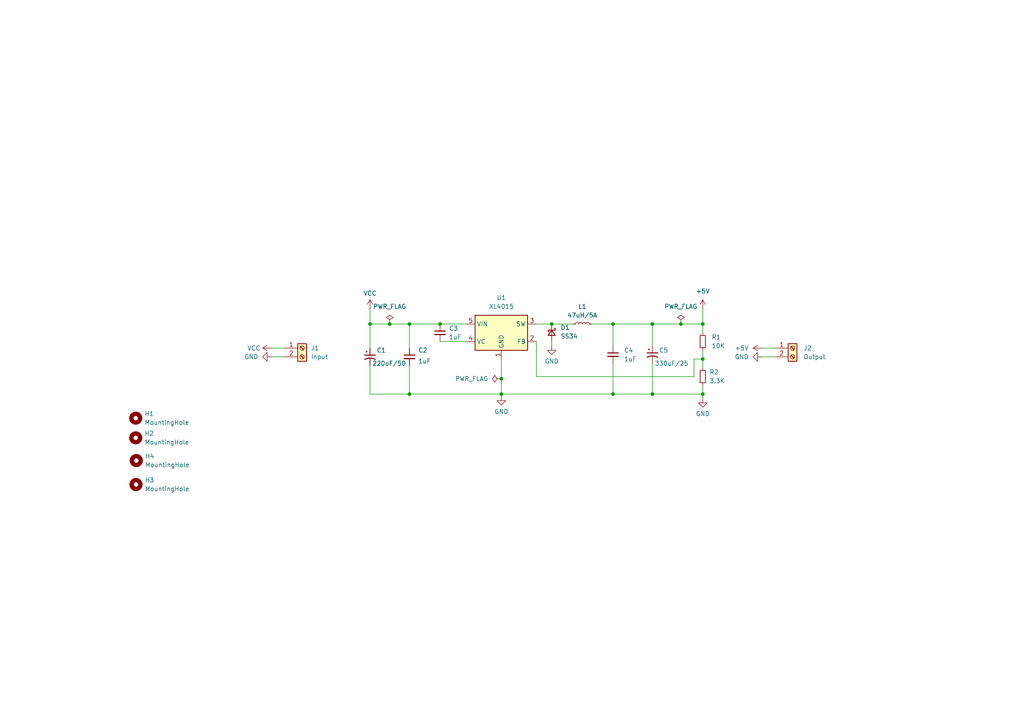
<source format=kicad_sch>
(kicad_sch (version 20230121) (generator eeschema)

  (uuid 904681b2-5fd0-4e9a-88ff-95046f9d3bcc)

  (paper "A4")

  (lib_symbols
    (symbol "Connector:Screw_Terminal_01x02" (pin_names (offset 1.016) hide) (in_bom yes) (on_board yes)
      (property "Reference" "J" (at 0 2.54 0)
        (effects (font (size 1.27 1.27)))
      )
      (property "Value" "Screw_Terminal_01x02" (at 0 -5.08 0)
        (effects (font (size 1.27 1.27)))
      )
      (property "Footprint" "" (at 0 0 0)
        (effects (font (size 1.27 1.27)) hide)
      )
      (property "Datasheet" "~" (at 0 0 0)
        (effects (font (size 1.27 1.27)) hide)
      )
      (property "ki_keywords" "screw terminal" (at 0 0 0)
        (effects (font (size 1.27 1.27)) hide)
      )
      (property "ki_description" "Generic screw terminal, single row, 01x02, script generated (kicad-library-utils/schlib/autogen/connector/)" (at 0 0 0)
        (effects (font (size 1.27 1.27)) hide)
      )
      (property "ki_fp_filters" "TerminalBlock*:*" (at 0 0 0)
        (effects (font (size 1.27 1.27)) hide)
      )
      (symbol "Screw_Terminal_01x02_1_1"
        (rectangle (start -1.27 1.27) (end 1.27 -3.81)
          (stroke (width 0.254) (type default))
          (fill (type background))
        )
        (circle (center 0 -2.54) (radius 0.635)
          (stroke (width 0.1524) (type default))
          (fill (type none))
        )
        (polyline
          (pts
            (xy -0.5334 -2.2098)
            (xy 0.3302 -3.048)
          )
          (stroke (width 0.1524) (type default))
          (fill (type none))
        )
        (polyline
          (pts
            (xy -0.5334 0.3302)
            (xy 0.3302 -0.508)
          )
          (stroke (width 0.1524) (type default))
          (fill (type none))
        )
        (polyline
          (pts
            (xy -0.3556 -2.032)
            (xy 0.508 -2.8702)
          )
          (stroke (width 0.1524) (type default))
          (fill (type none))
        )
        (polyline
          (pts
            (xy -0.3556 0.508)
            (xy 0.508 -0.3302)
          )
          (stroke (width 0.1524) (type default))
          (fill (type none))
        )
        (circle (center 0 0) (radius 0.635)
          (stroke (width 0.1524) (type default))
          (fill (type none))
        )
        (pin passive line (at -5.08 0 0) (length 3.81)
          (name "Pin_1" (effects (font (size 1.27 1.27))))
          (number "1" (effects (font (size 1.27 1.27))))
        )
        (pin passive line (at -5.08 -2.54 0) (length 3.81)
          (name "Pin_2" (effects (font (size 1.27 1.27))))
          (number "2" (effects (font (size 1.27 1.27))))
        )
      )
    )
    (symbol "Device:C_Polarized_Small_US" (pin_numbers hide) (pin_names (offset 0.254) hide) (in_bom yes) (on_board yes)
      (property "Reference" "C" (at 0.254 1.778 0)
        (effects (font (size 1.27 1.27)) (justify left))
      )
      (property "Value" "C_Polarized_Small_US" (at 0.254 -2.032 0)
        (effects (font (size 1.27 1.27)) (justify left))
      )
      (property "Footprint" "" (at 0 0 0)
        (effects (font (size 1.27 1.27)) hide)
      )
      (property "Datasheet" "~" (at 0 0 0)
        (effects (font (size 1.27 1.27)) hide)
      )
      (property "ki_keywords" "cap capacitor" (at 0 0 0)
        (effects (font (size 1.27 1.27)) hide)
      )
      (property "ki_description" "Polarized capacitor, small US symbol" (at 0 0 0)
        (effects (font (size 1.27 1.27)) hide)
      )
      (property "ki_fp_filters" "CP_*" (at 0 0 0)
        (effects (font (size 1.27 1.27)) hide)
      )
      (symbol "C_Polarized_Small_US_0_1"
        (polyline
          (pts
            (xy -1.524 0.508)
            (xy 1.524 0.508)
          )
          (stroke (width 0.3048) (type default))
          (fill (type none))
        )
        (polyline
          (pts
            (xy -1.27 1.524)
            (xy -0.762 1.524)
          )
          (stroke (width 0) (type default))
          (fill (type none))
        )
        (polyline
          (pts
            (xy -1.016 1.27)
            (xy -1.016 1.778)
          )
          (stroke (width 0) (type default))
          (fill (type none))
        )
        (arc (start 1.524 -0.762) (mid 0 -0.3734) (end -1.524 -0.762)
          (stroke (width 0.3048) (type default))
          (fill (type none))
        )
      )
      (symbol "C_Polarized_Small_US_1_1"
        (pin passive line (at 0 2.54 270) (length 2.032)
          (name "~" (effects (font (size 1.27 1.27))))
          (number "1" (effects (font (size 1.27 1.27))))
        )
        (pin passive line (at 0 -2.54 90) (length 2.032)
          (name "~" (effects (font (size 1.27 1.27))))
          (number "2" (effects (font (size 1.27 1.27))))
        )
      )
    )
    (symbol "Device:C_Small" (pin_numbers hide) (pin_names (offset 0.254) hide) (in_bom yes) (on_board yes)
      (property "Reference" "C" (at 0.254 1.778 0)
        (effects (font (size 1.27 1.27)) (justify left))
      )
      (property "Value" "C_Small" (at 0.254 -2.032 0)
        (effects (font (size 1.27 1.27)) (justify left))
      )
      (property "Footprint" "" (at 0 0 0)
        (effects (font (size 1.27 1.27)) hide)
      )
      (property "Datasheet" "~" (at 0 0 0)
        (effects (font (size 1.27 1.27)) hide)
      )
      (property "ki_keywords" "capacitor cap" (at 0 0 0)
        (effects (font (size 1.27 1.27)) hide)
      )
      (property "ki_description" "Unpolarized capacitor, small symbol" (at 0 0 0)
        (effects (font (size 1.27 1.27)) hide)
      )
      (property "ki_fp_filters" "C_*" (at 0 0 0)
        (effects (font (size 1.27 1.27)) hide)
      )
      (symbol "C_Small_0_1"
        (polyline
          (pts
            (xy -1.524 -0.508)
            (xy 1.524 -0.508)
          )
          (stroke (width 0.3302) (type default))
          (fill (type none))
        )
        (polyline
          (pts
            (xy -1.524 0.508)
            (xy 1.524 0.508)
          )
          (stroke (width 0.3048) (type default))
          (fill (type none))
        )
      )
      (symbol "C_Small_1_1"
        (pin passive line (at 0 2.54 270) (length 2.032)
          (name "~" (effects (font (size 1.27 1.27))))
          (number "1" (effects (font (size 1.27 1.27))))
        )
        (pin passive line (at 0 -2.54 90) (length 2.032)
          (name "~" (effects (font (size 1.27 1.27))))
          (number "2" (effects (font (size 1.27 1.27))))
        )
      )
    )
    (symbol "Device:D_Schottky_Small" (pin_numbers hide) (pin_names (offset 0.254) hide) (in_bom yes) (on_board yes)
      (property "Reference" "D" (at -1.27 2.032 0)
        (effects (font (size 1.27 1.27)) (justify left))
      )
      (property "Value" "D_Schottky_Small" (at -7.112 -2.032 0)
        (effects (font (size 1.27 1.27)) (justify left))
      )
      (property "Footprint" "" (at 0 0 90)
        (effects (font (size 1.27 1.27)) hide)
      )
      (property "Datasheet" "~" (at 0 0 90)
        (effects (font (size 1.27 1.27)) hide)
      )
      (property "ki_keywords" "diode Schottky" (at 0 0 0)
        (effects (font (size 1.27 1.27)) hide)
      )
      (property "ki_description" "Schottky diode, small symbol" (at 0 0 0)
        (effects (font (size 1.27 1.27)) hide)
      )
      (property "ki_fp_filters" "TO-???* *_Diode_* *SingleDiode* D_*" (at 0 0 0)
        (effects (font (size 1.27 1.27)) hide)
      )
      (symbol "D_Schottky_Small_0_1"
        (polyline
          (pts
            (xy -0.762 0)
            (xy 0.762 0)
          )
          (stroke (width 0) (type default))
          (fill (type none))
        )
        (polyline
          (pts
            (xy 0.762 -1.016)
            (xy -0.762 0)
            (xy 0.762 1.016)
            (xy 0.762 -1.016)
          )
          (stroke (width 0.254) (type default))
          (fill (type none))
        )
        (polyline
          (pts
            (xy -1.27 0.762)
            (xy -1.27 1.016)
            (xy -0.762 1.016)
            (xy -0.762 -1.016)
            (xy -0.254 -1.016)
            (xy -0.254 -0.762)
          )
          (stroke (width 0.254) (type default))
          (fill (type none))
        )
      )
      (symbol "D_Schottky_Small_1_1"
        (pin passive line (at -2.54 0 0) (length 1.778)
          (name "K" (effects (font (size 1.27 1.27))))
          (number "1" (effects (font (size 1.27 1.27))))
        )
        (pin passive line (at 2.54 0 180) (length 1.778)
          (name "A" (effects (font (size 1.27 1.27))))
          (number "2" (effects (font (size 1.27 1.27))))
        )
      )
    )
    (symbol "Device:L_Small" (pin_numbers hide) (pin_names (offset 0.254) hide) (in_bom yes) (on_board yes)
      (property "Reference" "L" (at 0.762 1.016 0)
        (effects (font (size 1.27 1.27)) (justify left))
      )
      (property "Value" "L_Small" (at 0.762 -1.016 0)
        (effects (font (size 1.27 1.27)) (justify left))
      )
      (property "Footprint" "" (at 0 0 0)
        (effects (font (size 1.27 1.27)) hide)
      )
      (property "Datasheet" "~" (at 0 0 0)
        (effects (font (size 1.27 1.27)) hide)
      )
      (property "ki_keywords" "inductor choke coil reactor magnetic" (at 0 0 0)
        (effects (font (size 1.27 1.27)) hide)
      )
      (property "ki_description" "Inductor, small symbol" (at 0 0 0)
        (effects (font (size 1.27 1.27)) hide)
      )
      (property "ki_fp_filters" "Choke_* *Coil* Inductor_* L_*" (at 0 0 0)
        (effects (font (size 1.27 1.27)) hide)
      )
      (symbol "L_Small_0_1"
        (arc (start 0 -2.032) (mid 0.5058 -1.524) (end 0 -1.016)
          (stroke (width 0) (type default))
          (fill (type none))
        )
        (arc (start 0 -1.016) (mid 0.5058 -0.508) (end 0 0)
          (stroke (width 0) (type default))
          (fill (type none))
        )
        (arc (start 0 0) (mid 0.5058 0.508) (end 0 1.016)
          (stroke (width 0) (type default))
          (fill (type none))
        )
        (arc (start 0 1.016) (mid 0.5058 1.524) (end 0 2.032)
          (stroke (width 0) (type default))
          (fill (type none))
        )
      )
      (symbol "L_Small_1_1"
        (pin passive line (at 0 2.54 270) (length 0.508)
          (name "~" (effects (font (size 1.27 1.27))))
          (number "1" (effects (font (size 1.27 1.27))))
        )
        (pin passive line (at 0 -2.54 90) (length 0.508)
          (name "~" (effects (font (size 1.27 1.27))))
          (number "2" (effects (font (size 1.27 1.27))))
        )
      )
    )
    (symbol "Device:R_Small" (pin_numbers hide) (pin_names (offset 0.254) hide) (in_bom yes) (on_board yes)
      (property "Reference" "R" (at 0.762 0.508 0)
        (effects (font (size 1.27 1.27)) (justify left))
      )
      (property "Value" "R_Small" (at 0.762 -1.016 0)
        (effects (font (size 1.27 1.27)) (justify left))
      )
      (property "Footprint" "" (at 0 0 0)
        (effects (font (size 1.27 1.27)) hide)
      )
      (property "Datasheet" "~" (at 0 0 0)
        (effects (font (size 1.27 1.27)) hide)
      )
      (property "ki_keywords" "R resistor" (at 0 0 0)
        (effects (font (size 1.27 1.27)) hide)
      )
      (property "ki_description" "Resistor, small symbol" (at 0 0 0)
        (effects (font (size 1.27 1.27)) hide)
      )
      (property "ki_fp_filters" "R_*" (at 0 0 0)
        (effects (font (size 1.27 1.27)) hide)
      )
      (symbol "R_Small_0_1"
        (rectangle (start -0.762 1.778) (end 0.762 -1.778)
          (stroke (width 0.2032) (type default))
          (fill (type none))
        )
      )
      (symbol "R_Small_1_1"
        (pin passive line (at 0 2.54 270) (length 0.762)
          (name "~" (effects (font (size 1.27 1.27))))
          (number "1" (effects (font (size 1.27 1.27))))
        )
        (pin passive line (at 0 -2.54 90) (length 0.762)
          (name "~" (effects (font (size 1.27 1.27))))
          (number "2" (effects (font (size 1.27 1.27))))
        )
      )
    )
    (symbol "Mechanical:MountingHole" (pin_names (offset 1.016)) (in_bom yes) (on_board yes)
      (property "Reference" "H" (at 0 5.08 0)
        (effects (font (size 1.27 1.27)))
      )
      (property "Value" "MountingHole" (at 0 3.175 0)
        (effects (font (size 1.27 1.27)))
      )
      (property "Footprint" "" (at 0 0 0)
        (effects (font (size 1.27 1.27)) hide)
      )
      (property "Datasheet" "~" (at 0 0 0)
        (effects (font (size 1.27 1.27)) hide)
      )
      (property "ki_keywords" "mounting hole" (at 0 0 0)
        (effects (font (size 1.27 1.27)) hide)
      )
      (property "ki_description" "Mounting Hole without connection" (at 0 0 0)
        (effects (font (size 1.27 1.27)) hide)
      )
      (property "ki_fp_filters" "MountingHole*" (at 0 0 0)
        (effects (font (size 1.27 1.27)) hide)
      )
      (symbol "MountingHole_0_1"
        (circle (center 0 0) (radius 1.27)
          (stroke (width 1.27) (type default))
          (fill (type none))
        )
      )
    )
    (symbol "Regulator_Switching:XL4015" (in_bom yes) (on_board yes)
      (property "Reference" "U?" (at -6.35 6.35 0)
        (effects (font (size 1.27 1.27)))
      )
      (property "Value" "XL4015" (at 6.35 6.35 0)
        (effects (font (size 1.27 1.27)))
      )
      (property "Footprint" "Package_TO_SOT_SMD:TO-263-5_TabPin3" (at 21.59 -7.62 0)
        (effects (font (size 1.27 1.27)) hide)
      )
      (property "Datasheet" "http://www.xlsemi.net/datasheet/XL4015%20datasheet-English.pdf" (at 0 0 0)
        (effects (font (size 1.27 1.27)) hide)
      )
      (property "ki_keywords" "Buck DC-DC" (at 0 0 0)
        (effects (font (size 1.27 1.27)) hide)
      )
      (property "ki_description" "5A 180kHz 36V Buck DC to DC Converter" (at 0 0 0)
        (effects (font (size 1.27 1.27)) hide)
      )
      (property "ki_fp_filters" "TO?263*" (at 0 0 0)
        (effects (font (size 1.27 1.27)) hide)
      )
      (symbol "XL4015_0_1"
        (rectangle (start -7.62 5.08) (end 7.62 -5.08)
          (stroke (width 0.254) (type default))
          (fill (type background))
        )
      )
      (symbol "XL4015_1_1"
        (pin power_in line (at 0 -7.62 90) (length 2.54)
          (name "GND" (effects (font (size 1.27 1.27))))
          (number "1" (effects (font (size 1.27 1.27))))
        )
        (pin input line (at 10.16 -2.54 180) (length 2.54)
          (name "FB" (effects (font (size 1.27 1.27))))
          (number "2" (effects (font (size 1.27 1.27))))
        )
        (pin power_out line (at 10.16 2.54 180) (length 2.54)
          (name "SW" (effects (font (size 1.27 1.27))))
          (number "3" (effects (font (size 1.27 1.27))))
        )
        (pin input line (at -10.16 -2.54 0) (length 2.54)
          (name "VC" (effects (font (size 1.27 1.27))))
          (number "4" (effects (font (size 1.27 1.27))))
        )
        (pin power_in line (at -10.16 2.54 0) (length 2.54)
          (name "VIN" (effects (font (size 1.27 1.27))))
          (number "5" (effects (font (size 1.27 1.27))))
        )
      )
    )
    (symbol "power:+5V" (power) (pin_names (offset 0)) (in_bom yes) (on_board yes)
      (property "Reference" "#PWR" (at 0 -3.81 0)
        (effects (font (size 1.27 1.27)) hide)
      )
      (property "Value" "+5V" (at 0 3.556 0)
        (effects (font (size 1.27 1.27)))
      )
      (property "Footprint" "" (at 0 0 0)
        (effects (font (size 1.27 1.27)) hide)
      )
      (property "Datasheet" "" (at 0 0 0)
        (effects (font (size 1.27 1.27)) hide)
      )
      (property "ki_keywords" "global power" (at 0 0 0)
        (effects (font (size 1.27 1.27)) hide)
      )
      (property "ki_description" "Power symbol creates a global label with name \"+5V\"" (at 0 0 0)
        (effects (font (size 1.27 1.27)) hide)
      )
      (symbol "+5V_0_1"
        (polyline
          (pts
            (xy -0.762 1.27)
            (xy 0 2.54)
          )
          (stroke (width 0) (type default))
          (fill (type none))
        )
        (polyline
          (pts
            (xy 0 0)
            (xy 0 2.54)
          )
          (stroke (width 0) (type default))
          (fill (type none))
        )
        (polyline
          (pts
            (xy 0 2.54)
            (xy 0.762 1.27)
          )
          (stroke (width 0) (type default))
          (fill (type none))
        )
      )
      (symbol "+5V_1_1"
        (pin power_in line (at 0 0 90) (length 0) hide
          (name "+5V" (effects (font (size 1.27 1.27))))
          (number "1" (effects (font (size 1.27 1.27))))
        )
      )
    )
    (symbol "power:GND" (power) (pin_names (offset 0)) (in_bom yes) (on_board yes)
      (property "Reference" "#PWR" (at 0 -6.35 0)
        (effects (font (size 1.27 1.27)) hide)
      )
      (property "Value" "GND" (at 0 -3.81 0)
        (effects (font (size 1.27 1.27)))
      )
      (property "Footprint" "" (at 0 0 0)
        (effects (font (size 1.27 1.27)) hide)
      )
      (property "Datasheet" "" (at 0 0 0)
        (effects (font (size 1.27 1.27)) hide)
      )
      (property "ki_keywords" "global power" (at 0 0 0)
        (effects (font (size 1.27 1.27)) hide)
      )
      (property "ki_description" "Power symbol creates a global label with name \"GND\" , ground" (at 0 0 0)
        (effects (font (size 1.27 1.27)) hide)
      )
      (symbol "GND_0_1"
        (polyline
          (pts
            (xy 0 0)
            (xy 0 -1.27)
            (xy 1.27 -1.27)
            (xy 0 -2.54)
            (xy -1.27 -1.27)
            (xy 0 -1.27)
          )
          (stroke (width 0) (type default))
          (fill (type none))
        )
      )
      (symbol "GND_1_1"
        (pin power_in line (at 0 0 270) (length 0) hide
          (name "GND" (effects (font (size 1.27 1.27))))
          (number "1" (effects (font (size 1.27 1.27))))
        )
      )
    )
    (symbol "power:PWR_FLAG" (power) (pin_numbers hide) (pin_names (offset 0) hide) (in_bom yes) (on_board yes)
      (property "Reference" "#FLG" (at 0 1.905 0)
        (effects (font (size 1.27 1.27)) hide)
      )
      (property "Value" "PWR_FLAG" (at 0 3.81 0)
        (effects (font (size 1.27 1.27)))
      )
      (property "Footprint" "" (at 0 0 0)
        (effects (font (size 1.27 1.27)) hide)
      )
      (property "Datasheet" "~" (at 0 0 0)
        (effects (font (size 1.27 1.27)) hide)
      )
      (property "ki_keywords" "flag power" (at 0 0 0)
        (effects (font (size 1.27 1.27)) hide)
      )
      (property "ki_description" "Special symbol for telling ERC where power comes from" (at 0 0 0)
        (effects (font (size 1.27 1.27)) hide)
      )
      (symbol "PWR_FLAG_0_0"
        (pin power_out line (at 0 0 90) (length 0)
          (name "pwr" (effects (font (size 1.27 1.27))))
          (number "1" (effects (font (size 1.27 1.27))))
        )
      )
      (symbol "PWR_FLAG_0_1"
        (polyline
          (pts
            (xy 0 0)
            (xy 0 1.27)
            (xy -1.016 1.905)
            (xy 0 2.54)
            (xy 1.016 1.905)
            (xy 0 1.27)
          )
          (stroke (width 0) (type default))
          (fill (type none))
        )
      )
    )
    (symbol "power:VCC" (power) (pin_names (offset 0)) (in_bom yes) (on_board yes)
      (property "Reference" "#PWR" (at 0 -3.81 0)
        (effects (font (size 1.27 1.27)) hide)
      )
      (property "Value" "VCC" (at 0 3.81 0)
        (effects (font (size 1.27 1.27)))
      )
      (property "Footprint" "" (at 0 0 0)
        (effects (font (size 1.27 1.27)) hide)
      )
      (property "Datasheet" "" (at 0 0 0)
        (effects (font (size 1.27 1.27)) hide)
      )
      (property "ki_keywords" "global power" (at 0 0 0)
        (effects (font (size 1.27 1.27)) hide)
      )
      (property "ki_description" "Power symbol creates a global label with name \"VCC\"" (at 0 0 0)
        (effects (font (size 1.27 1.27)) hide)
      )
      (symbol "VCC_0_1"
        (polyline
          (pts
            (xy -0.762 1.27)
            (xy 0 2.54)
          )
          (stroke (width 0) (type default))
          (fill (type none))
        )
        (polyline
          (pts
            (xy 0 0)
            (xy 0 2.54)
          )
          (stroke (width 0) (type default))
          (fill (type none))
        )
        (polyline
          (pts
            (xy 0 2.54)
            (xy 0.762 1.27)
          )
          (stroke (width 0) (type default))
          (fill (type none))
        )
      )
      (symbol "VCC_1_1"
        (pin power_in line (at 0 0 90) (length 0) hide
          (name "VCC" (effects (font (size 1.27 1.27))))
          (number "1" (effects (font (size 1.27 1.27))))
        )
      )
    )
  )

  (junction (at 203.835 104.14) (diameter 0) (color 0 0 0 0)
    (uuid 11d3f2fc-cc89-4e97-9b8c-20c4d2b23738)
  )
  (junction (at 113.03 93.98) (diameter 0) (color 0 0 0 0)
    (uuid 4bf7ecd4-ece3-494d-bd1c-88524d61c223)
  )
  (junction (at 203.835 93.98) (diameter 0) (color 0 0 0 0)
    (uuid 6120e589-43e6-4451-825f-07c2d8e1d931)
  )
  (junction (at 160.02 93.98) (diameter 0) (color 0 0 0 0)
    (uuid 627960cb-f676-471e-aa0c-99875472b550)
  )
  (junction (at 127.635 93.98) (diameter 0) (color 0 0 0 0)
    (uuid 673742c8-8a27-4bfe-9846-cff8231e3aca)
  )
  (junction (at 197.485 93.98) (diameter 0) (color 0 0 0 0)
    (uuid 77938fde-65c0-45e0-bdd4-603a18bb0981)
  )
  (junction (at 118.745 93.98) (diameter 0) (color 0 0 0 0)
    (uuid 93443df5-eb38-4d42-8e6a-09df3878ab81)
  )
  (junction (at 203.835 114.3) (diameter 0) (color 0 0 0 0)
    (uuid a44648a4-2d9f-4e25-b9f5-0e405241ce2d)
  )
  (junction (at 107.315 93.98) (diameter 0) (color 0 0 0 0)
    (uuid b2d092bf-a722-4d9a-a8d6-be83d9e8c7f4)
  )
  (junction (at 177.8 114.3) (diameter 0) (color 0 0 0 0)
    (uuid bac01ee5-6876-4594-bf9d-20a2f5f89b84)
  )
  (junction (at 177.8 93.98) (diameter 0) (color 0 0 0 0)
    (uuid bffe4a30-ade2-41d3-8e69-6e8a63deba89)
  )
  (junction (at 118.745 114.3) (diameter 0) (color 0 0 0 0)
    (uuid d58db710-0a08-4e2c-8bdc-1c0c788f32b7)
  )
  (junction (at 145.415 114.3) (diameter 0) (color 0 0 0 0)
    (uuid daf2e4ab-46ac-4ff8-ae2a-15e7e20821ed)
  )
  (junction (at 189.23 93.98) (diameter 0) (color 0 0 0 0)
    (uuid e87c7a83-744d-45f9-a2aa-35f1ec36e986)
  )
  (junction (at 145.415 109.855) (diameter 0) (color 0 0 0 0)
    (uuid ed99f482-9f6b-4999-b8ce-41c0391a7f4f)
  )
  (junction (at 189.23 114.3) (diameter 0) (color 0 0 0 0)
    (uuid fc6a8011-1d45-4702-a15d-b25bd7f31ab0)
  )

  (wire (pts (xy 127.635 93.98) (xy 135.255 93.98))
    (stroke (width 0) (type default))
    (uuid 01f8ed97-d8b8-46a1-8d98-d8deaea15a40)
  )
  (wire (pts (xy 189.23 114.3) (xy 177.8 114.3))
    (stroke (width 0) (type default))
    (uuid 0699ae4d-02bf-4477-b886-d48618d0260f)
  )
  (wire (pts (xy 220.98 103.505) (xy 224.79 103.505))
    (stroke (width 0) (type default))
    (uuid 139a8ca6-7f16-402f-9d53-dda16cbf61e9)
  )
  (wire (pts (xy 203.835 114.3) (xy 203.835 115.57))
    (stroke (width 0) (type default))
    (uuid 1889dfb4-0058-4e2c-b4f0-0e5ef277cbcc)
  )
  (wire (pts (xy 155.575 109.22) (xy 201.295 109.22))
    (stroke (width 0) (type default))
    (uuid 1da6aad4-bb49-4e25-8be3-5fdccc1797af)
  )
  (wire (pts (xy 155.575 99.06) (xy 155.575 109.22))
    (stroke (width 0) (type default))
    (uuid 2873b692-9022-4afd-bb4e-3bae956ac45e)
  )
  (wire (pts (xy 177.8 93.98) (xy 177.8 100.33))
    (stroke (width 0) (type default))
    (uuid 2e0a750f-fccf-457b-bf35-c9a2c4da0283)
  )
  (wire (pts (xy 107.315 93.98) (xy 113.03 93.98))
    (stroke (width 0) (type default))
    (uuid 36de9f35-3c3a-4da9-9420-8ec4d0d1d7ae)
  )
  (wire (pts (xy 201.295 104.14) (xy 203.835 104.14))
    (stroke (width 0) (type default))
    (uuid 38f796e2-b302-494a-96cf-ec294be418d7)
  )
  (wire (pts (xy 107.315 89.535) (xy 107.315 93.98))
    (stroke (width 0) (type default))
    (uuid 3bc45877-648d-4279-ae5f-535bcc04377c)
  )
  (wire (pts (xy 189.23 100.33) (xy 189.23 93.98))
    (stroke (width 0) (type default))
    (uuid 412d5dde-1b54-479c-96b5-9c99041b1618)
  )
  (wire (pts (xy 155.575 93.98) (xy 160.02 93.98))
    (stroke (width 0) (type default))
    (uuid 42fa2597-58c9-42da-aced-e7255f966967)
  )
  (wire (pts (xy 171.45 93.98) (xy 177.8 93.98))
    (stroke (width 0) (type default))
    (uuid 44292713-03d7-441d-b198-089519a09e28)
  )
  (wire (pts (xy 118.745 106.045) (xy 118.745 114.3))
    (stroke (width 0) (type default))
    (uuid 48d7d3d9-5602-4d09-8dbd-f32e7dd09c11)
  )
  (wire (pts (xy 203.835 96.52) (xy 203.835 93.98))
    (stroke (width 0) (type default))
    (uuid 50c686a5-5ba8-4a25-90ab-e24f92004b1b)
  )
  (wire (pts (xy 201.295 109.22) (xy 201.295 104.14))
    (stroke (width 0) (type default))
    (uuid 5fa6ed6a-179b-4d8e-8183-1e5cb74bc570)
  )
  (wire (pts (xy 160.02 93.98) (xy 166.37 93.98))
    (stroke (width 0) (type default))
    (uuid 5fef4d66-a333-46fb-9e47-21e88053a411)
  )
  (wire (pts (xy 118.745 93.98) (xy 127.635 93.98))
    (stroke (width 0) (type default))
    (uuid 60274b4b-cafd-4d04-a8d5-47fb58693edf)
  )
  (wire (pts (xy 189.23 93.98) (xy 177.8 93.98))
    (stroke (width 0) (type default))
    (uuid 6370cd57-44fd-4e26-89f8-6973737ddc7a)
  )
  (wire (pts (xy 220.98 100.965) (xy 224.79 100.965))
    (stroke (width 0) (type default))
    (uuid 699282ff-4558-45a8-9751-f1587e5f6048)
  )
  (wire (pts (xy 145.415 114.3) (xy 177.8 114.3))
    (stroke (width 0) (type default))
    (uuid 6f903a0d-1295-4192-9265-2f6b969ea749)
  )
  (wire (pts (xy 118.745 93.98) (xy 118.745 100.965))
    (stroke (width 0) (type default))
    (uuid 6fa246ea-1ebb-47af-9103-00a2cd195e3f)
  )
  (wire (pts (xy 145.415 114.3) (xy 145.415 114.935))
    (stroke (width 0) (type default))
    (uuid 71bd6952-aa00-4dc6-bca3-acd1c7da6fc1)
  )
  (wire (pts (xy 107.315 93.98) (xy 107.315 100.965))
    (stroke (width 0) (type default))
    (uuid 742ef9f1-7b53-440a-a404-fa3941073fc6)
  )
  (wire (pts (xy 189.23 105.41) (xy 189.23 114.3))
    (stroke (width 0) (type default))
    (uuid 78538200-40f1-4288-9e7d-6f43f1360667)
  )
  (wire (pts (xy 145.415 104.14) (xy 145.415 109.855))
    (stroke (width 0) (type default))
    (uuid 78c2bec7-6e69-497f-9b9e-29df9311d28b)
  )
  (wire (pts (xy 107.315 114.3) (xy 118.745 114.3))
    (stroke (width 0) (type default))
    (uuid 7ab2d2c3-27e9-48dd-a04e-c9b5720e2298)
  )
  (wire (pts (xy 203.835 111.76) (xy 203.835 114.3))
    (stroke (width 0) (type default))
    (uuid 7c924f7f-7a69-4b1f-b75f-f1fda8c5a440)
  )
  (wire (pts (xy 118.745 114.3) (xy 145.415 114.3))
    (stroke (width 0) (type default))
    (uuid 841bc12e-13f7-42fc-b7f4-967a7181947c)
  )
  (wire (pts (xy 203.835 114.3) (xy 189.23 114.3))
    (stroke (width 0) (type default))
    (uuid 9360a871-6703-49b9-bc7c-0033d6cfec6f)
  )
  (wire (pts (xy 127.635 99.06) (xy 135.255 99.06))
    (stroke (width 0) (type default))
    (uuid 98481dd6-4c82-4ba6-96ec-eee92c51c1e0)
  )
  (wire (pts (xy 197.485 93.98) (xy 203.835 93.98))
    (stroke (width 0) (type default))
    (uuid 984bd735-3c7f-4001-a77e-7f35cda2f841)
  )
  (wire (pts (xy 107.315 106.045) (xy 107.315 114.3))
    (stroke (width 0) (type default))
    (uuid 9efb5e6b-1024-4bad-b70d-ba2a013208e9)
  )
  (wire (pts (xy 203.835 104.14) (xy 203.835 106.68))
    (stroke (width 0) (type default))
    (uuid a2a80e5d-ff10-43ee-846e-851a09190109)
  )
  (wire (pts (xy 160.02 99.06) (xy 160.02 100.33))
    (stroke (width 0) (type default))
    (uuid b2b61db1-4009-408e-b04c-27b1322a4b4c)
  )
  (wire (pts (xy 78.74 100.965) (xy 82.55 100.965))
    (stroke (width 0) (type default))
    (uuid b403ba8d-b5ca-4f91-8ac4-4ca0be02ab28)
  )
  (wire (pts (xy 78.74 103.505) (xy 82.55 103.505))
    (stroke (width 0) (type default))
    (uuid b77d1135-ac3e-46cd-80b4-adcd3c1f17af)
  )
  (wire (pts (xy 113.03 93.98) (xy 118.745 93.98))
    (stroke (width 0) (type default))
    (uuid bc208d86-3c95-4d73-ac38-f9af6882fd3e)
  )
  (wire (pts (xy 189.23 93.98) (xy 197.485 93.98))
    (stroke (width 0) (type default))
    (uuid c1d2a96b-9c14-4f8a-95d6-ce6d99fd13a9)
  )
  (wire (pts (xy 203.835 101.6) (xy 203.835 104.14))
    (stroke (width 0) (type default))
    (uuid d6dc2999-a625-451e-9319-9db92953b715)
  )
  (wire (pts (xy 177.8 105.41) (xy 177.8 114.3))
    (stroke (width 0) (type default))
    (uuid e2785361-3ae7-4970-83d1-7e8a9294c9b3)
  )
  (wire (pts (xy 145.415 109.855) (xy 145.415 114.3))
    (stroke (width 0) (type default))
    (uuid eb9d1ef8-2d57-4d63-833d-624e04c41c6b)
  )
  (wire (pts (xy 203.835 89.535) (xy 203.835 93.98))
    (stroke (width 0) (type default))
    (uuid ec73d7db-f998-4772-b327-e9907dfd6c71)
  )

  (symbol (lib_id "power:+5V") (at 203.835 89.535 0) (unit 1)
    (in_bom yes) (on_board yes) (dnp no) (fields_autoplaced)
    (uuid 13c99815-55bf-4899-be99-0bcf93e9addb)
    (property "Reference" "#PWR05" (at 203.835 93.345 0)
      (effects (font (size 1.27 1.27)) hide)
    )
    (property "Value" "+5V" (at 203.835 84.455 0)
      (effects (font (size 1.27 1.27)))
    )
    (property "Footprint" "" (at 203.835 89.535 0)
      (effects (font (size 1.27 1.27)) hide)
    )
    (property "Datasheet" "" (at 203.835 89.535 0)
      (effects (font (size 1.27 1.27)) hide)
    )
    (pin "1" (uuid ea288149-483e-4842-80f2-877dcdf96da0))
    (instances
      (project "Buck Converter"
        (path "/904681b2-5fd0-4e9a-88ff-95046f9d3bcc"
          (reference "#PWR05") (unit 1)
        )
      )
    )
  )

  (symbol (lib_id "power:GND") (at 203.835 115.57 0) (unit 1)
    (in_bom yes) (on_board yes) (dnp no) (fields_autoplaced)
    (uuid 165f581b-1dfd-4380-b86a-f9e7a6db6034)
    (property "Reference" "#PWR04" (at 203.835 121.92 0)
      (effects (font (size 1.27 1.27)) hide)
    )
    (property "Value" "GND" (at 203.835 120.015 0)
      (effects (font (size 1.27 1.27)))
    )
    (property "Footprint" "" (at 203.835 115.57 0)
      (effects (font (size 1.27 1.27)) hide)
    )
    (property "Datasheet" "" (at 203.835 115.57 0)
      (effects (font (size 1.27 1.27)) hide)
    )
    (pin "1" (uuid 14a4c7f2-1d32-46be-abe1-cc755e2b9655))
    (instances
      (project "Buck Converter"
        (path "/904681b2-5fd0-4e9a-88ff-95046f9d3bcc"
          (reference "#PWR04") (unit 1)
        )
      )
    )
  )

  (symbol (lib_id "power:PWR_FLAG") (at 113.03 93.98 0) (unit 1)
    (in_bom yes) (on_board yes) (dnp no) (fields_autoplaced)
    (uuid 17965f7c-ef70-4793-94b0-d1a4a33e7ed8)
    (property "Reference" "#FLG01" (at 113.03 92.075 0)
      (effects (font (size 1.27 1.27)) hide)
    )
    (property "Value" "PWR_FLAG" (at 113.03 88.9 0)
      (effects (font (size 1.27 1.27)))
    )
    (property "Footprint" "" (at 113.03 93.98 0)
      (effects (font (size 1.27 1.27)) hide)
    )
    (property "Datasheet" "~" (at 113.03 93.98 0)
      (effects (font (size 1.27 1.27)) hide)
    )
    (pin "1" (uuid 57d06dbd-40ef-4c35-ba95-0f8e5968d1fd))
    (instances
      (project "Buck Converter"
        (path "/904681b2-5fd0-4e9a-88ff-95046f9d3bcc"
          (reference "#FLG01") (unit 1)
        )
      )
    )
  )

  (symbol (lib_id "Device:R_Small") (at 203.835 109.22 0) (unit 1)
    (in_bom yes) (on_board yes) (dnp no) (fields_autoplaced)
    (uuid 1e865d95-2bc0-4372-ace3-8678e79a6250)
    (property "Reference" "R2" (at 205.74 107.95 0)
      (effects (font (size 1.27 1.27)) (justify left))
    )
    (property "Value" "3.3K" (at 205.74 110.49 0)
      (effects (font (size 1.27 1.27)) (justify left))
    )
    (property "Footprint" "Resistor_SMD:R_0603_1608Metric" (at 203.835 109.22 0)
      (effects (font (size 1.27 1.27)) hide)
    )
    (property "Datasheet" "~" (at 203.835 109.22 0)
      (effects (font (size 1.27 1.27)) hide)
    )
    (pin "1" (uuid 97110de9-6e36-43bb-b780-1aa71648c4bb))
    (pin "2" (uuid 426f31a0-2a01-4fdc-b0a5-ce4b1e8c7912))
    (instances
      (project "Buck Converter"
        (path "/904681b2-5fd0-4e9a-88ff-95046f9d3bcc"
          (reference "R2") (unit 1)
        )
      )
    )
  )

  (symbol (lib_id "power:GND") (at 220.98 103.505 270) (unit 1)
    (in_bom yes) (on_board yes) (dnp no) (fields_autoplaced)
    (uuid 274fe08b-7591-48ce-ad62-81cd51f1fe6b)
    (property "Reference" "#PWR08" (at 214.63 103.505 0)
      (effects (font (size 1.27 1.27)) hide)
    )
    (property "Value" "GND" (at 217.17 103.505 90)
      (effects (font (size 1.27 1.27)) (justify right))
    )
    (property "Footprint" "" (at 220.98 103.505 0)
      (effects (font (size 1.27 1.27)) hide)
    )
    (property "Datasheet" "" (at 220.98 103.505 0)
      (effects (font (size 1.27 1.27)) hide)
    )
    (pin "1" (uuid 180beab3-e133-479d-98eb-ab6b2ac6c3f5))
    (instances
      (project "Buck Converter"
        (path "/904681b2-5fd0-4e9a-88ff-95046f9d3bcc"
          (reference "#PWR08") (unit 1)
        )
      )
    )
  )

  (symbol (lib_id "Device:C_Small") (at 118.745 103.505 0) (unit 1)
    (in_bom yes) (on_board yes) (dnp no)
    (uuid 293b5f95-672f-4d3b-a3ac-78bca132bf18)
    (property "Reference" "C2" (at 121.285 101.6 0)
      (effects (font (size 1.27 1.27)) (justify left))
    )
    (property "Value" "1uF" (at 121.285 104.775 0)
      (effects (font (size 1.27 1.27)) (justify left))
    )
    (property "Footprint" "Capacitor_SMD:C_0603_1608Metric" (at 118.745 103.505 0)
      (effects (font (size 1.27 1.27)) hide)
    )
    (property "Datasheet" "~" (at 118.745 103.505 0)
      (effects (font (size 1.27 1.27)) hide)
    )
    (pin "1" (uuid 7e40f52e-8749-436a-8785-1eb9be2bf557))
    (pin "2" (uuid 50010b9c-f792-47c7-b195-ff4b01160e90))
    (instances
      (project "Buck Converter"
        (path "/904681b2-5fd0-4e9a-88ff-95046f9d3bcc"
          (reference "C2") (unit 1)
        )
      )
    )
  )

  (symbol (lib_id "Device:R_Small") (at 203.835 99.06 0) (unit 1)
    (in_bom yes) (on_board yes) (dnp no) (fields_autoplaced)
    (uuid 3177a86e-6642-4e2c-8c31-56028b8a6f4a)
    (property "Reference" "R1" (at 206.375 97.79 0)
      (effects (font (size 1.27 1.27)) (justify left))
    )
    (property "Value" "10K" (at 206.375 100.33 0)
      (effects (font (size 1.27 1.27)) (justify left))
    )
    (property "Footprint" "Resistor_SMD:R_0603_1608Metric" (at 203.835 99.06 0)
      (effects (font (size 1.27 1.27)) hide)
    )
    (property "Datasheet" "~" (at 203.835 99.06 0)
      (effects (font (size 1.27 1.27)) hide)
    )
    (pin "1" (uuid fcc9aa59-128b-4748-afcd-d8871c457359))
    (pin "2" (uuid 39010525-9ccc-4824-bfc2-b5c4010e4acd))
    (instances
      (project "Buck Converter"
        (path "/904681b2-5fd0-4e9a-88ff-95046f9d3bcc"
          (reference "R1") (unit 1)
        )
      )
    )
  )

  (symbol (lib_id "Mechanical:MountingHole") (at 39.37 127 0) (unit 1)
    (in_bom yes) (on_board yes) (dnp no) (fields_autoplaced)
    (uuid 39e230e7-dc4c-4b22-bdee-447de252caf3)
    (property "Reference" "H2" (at 41.91 125.73 0)
      (effects (font (size 1.27 1.27)) (justify left))
    )
    (property "Value" "MountingHole" (at 41.91 128.27 0)
      (effects (font (size 1.27 1.27)) (justify left))
    )
    (property "Footprint" "MountingHole:MountingHole_2.1mm" (at 39.37 127 0)
      (effects (font (size 1.27 1.27)) hide)
    )
    (property "Datasheet" "~" (at 39.37 127 0)
      (effects (font (size 1.27 1.27)) hide)
    )
    (instances
      (project "Buck Converter"
        (path "/904681b2-5fd0-4e9a-88ff-95046f9d3bcc"
          (reference "H2") (unit 1)
        )
      )
    )
  )

  (symbol (lib_id "Mechanical:MountingHole") (at 39.5325 133.5745 0) (unit 1)
    (in_bom yes) (on_board yes) (dnp no) (fields_autoplaced)
    (uuid 46a3dd7e-9113-47d3-b529-3131ee7b69a9)
    (property "Reference" "H4" (at 42.0725 132.3045 0)
      (effects (font (size 1.27 1.27)) (justify left))
    )
    (property "Value" "MountingHole" (at 42.0725 134.8445 0)
      (effects (font (size 1.27 1.27)) (justify left))
    )
    (property "Footprint" "MountingHole:MountingHole_2.1mm" (at 39.5325 133.5745 0)
      (effects (font (size 1.27 1.27)) hide)
    )
    (property "Datasheet" "~" (at 39.5325 133.5745 0)
      (effects (font (size 1.27 1.27)) hide)
    )
    (instances
      (project "Buck Converter"
        (path "/904681b2-5fd0-4e9a-88ff-95046f9d3bcc"
          (reference "H4") (unit 1)
        )
      )
    )
  )

  (symbol (lib_id "power:VCC") (at 78.74 100.965 90) (unit 1)
    (in_bom yes) (on_board yes) (dnp no) (fields_autoplaced)
    (uuid 4f2d5c0f-0fc0-4d7b-91d4-274fabb33523)
    (property "Reference" "#PWR06" (at 82.55 100.965 0)
      (effects (font (size 1.27 1.27)) hide)
    )
    (property "Value" "VCC" (at 75.565 100.965 90)
      (effects (font (size 1.27 1.27)) (justify left))
    )
    (property "Footprint" "" (at 78.74 100.965 0)
      (effects (font (size 1.27 1.27)) hide)
    )
    (property "Datasheet" "" (at 78.74 100.965 0)
      (effects (font (size 1.27 1.27)) hide)
    )
    (pin "1" (uuid 824d9506-03d4-4049-88a1-94b97d0e7618))
    (instances
      (project "Buck Converter"
        (path "/904681b2-5fd0-4e9a-88ff-95046f9d3bcc"
          (reference "#PWR06") (unit 1)
        )
      )
    )
  )

  (symbol (lib_id "power:PWR_FLAG") (at 197.485 93.98 0) (unit 1)
    (in_bom yes) (on_board yes) (dnp no) (fields_autoplaced)
    (uuid 5eeedf34-ce15-4cda-a9d8-2ad1183aae54)
    (property "Reference" "#FLG02" (at 197.485 92.075 0)
      (effects (font (size 1.27 1.27)) hide)
    )
    (property "Value" "PWR_FLAG" (at 197.485 88.9 0)
      (effects (font (size 1.27 1.27)))
    )
    (property "Footprint" "" (at 197.485 93.98 0)
      (effects (font (size 1.27 1.27)) hide)
    )
    (property "Datasheet" "~" (at 197.485 93.98 0)
      (effects (font (size 1.27 1.27)) hide)
    )
    (pin "1" (uuid 4376bc1e-ec3d-4baf-b2e8-0a5ba7d0fa84))
    (instances
      (project "Buck Converter"
        (path "/904681b2-5fd0-4e9a-88ff-95046f9d3bcc"
          (reference "#FLG02") (unit 1)
        )
      )
    )
  )

  (symbol (lib_id "power:+5V") (at 220.98 100.965 90) (unit 1)
    (in_bom yes) (on_board yes) (dnp no) (fields_autoplaced)
    (uuid 69d5c012-b44a-4fb9-a95d-619a50f91336)
    (property "Reference" "#PWR09" (at 224.79 100.965 0)
      (effects (font (size 1.27 1.27)) hide)
    )
    (property "Value" "+5V" (at 217.17 100.965 90)
      (effects (font (size 1.27 1.27)) (justify left))
    )
    (property "Footprint" "" (at 220.98 100.965 0)
      (effects (font (size 1.27 1.27)) hide)
    )
    (property "Datasheet" "" (at 220.98 100.965 0)
      (effects (font (size 1.27 1.27)) hide)
    )
    (pin "1" (uuid bae80e5c-d96b-4ef4-9fb9-479647593aa4))
    (instances
      (project "Buck Converter"
        (path "/904681b2-5fd0-4e9a-88ff-95046f9d3bcc"
          (reference "#PWR09") (unit 1)
        )
      )
    )
  )

  (symbol (lib_id "Device:C_Polarized_Small_US") (at 189.23 102.87 0) (unit 1)
    (in_bom yes) (on_board yes) (dnp no)
    (uuid 6af98e76-4413-409d-87c2-688c3754c34c)
    (property "Reference" "C5" (at 191.135 101.6 0)
      (effects (font (size 1.27 1.27)) (justify left))
    )
    (property "Value" "330uF/25" (at 189.865 105.41 0)
      (effects (font (size 1.27 1.27)) (justify left))
    )
    (property "Footprint" "Capacitor_SMD:CP_Elec_10x10" (at 189.23 102.87 0)
      (effects (font (size 1.27 1.27)) hide)
    )
    (property "Datasheet" "~" (at 189.23 102.87 0)
      (effects (font (size 1.27 1.27)) hide)
    )
    (pin "1" (uuid 46086a31-7974-4890-a221-bd88eb32091f))
    (pin "2" (uuid 665c27a9-7630-47b5-80c7-0c9b36f0bd70))
    (instances
      (project "Buck Converter"
        (path "/904681b2-5fd0-4e9a-88ff-95046f9d3bcc"
          (reference "C5") (unit 1)
        )
      )
    )
  )

  (symbol (lib_id "Connector:Screw_Terminal_01x02") (at 87.63 100.965 0) (unit 1)
    (in_bom yes) (on_board yes) (dnp no) (fields_autoplaced)
    (uuid 741a259a-b81e-4836-874f-d74cd3fbdb9d)
    (property "Reference" "J1" (at 90.17 100.965 0)
      (effects (font (size 1.27 1.27)) (justify left))
    )
    (property "Value" "Input" (at 90.17 103.505 0)
      (effects (font (size 1.27 1.27)) (justify left))
    )
    (property "Footprint" "TerminalBlock_Altech:Altech_AK300_1x02_P5.00mm_45-Degree" (at 87.63 100.965 0)
      (effects (font (size 1.27 1.27)) hide)
    )
    (property "Datasheet" "~" (at 87.63 100.965 0)
      (effects (font (size 1.27 1.27)) hide)
    )
    (pin "1" (uuid 0aaf4f39-b84b-40cb-93d4-ed98c902ff6a))
    (pin "2" (uuid b5ba0d3d-85b6-462f-ab97-84a21841ec74))
    (instances
      (project "Buck Converter"
        (path "/904681b2-5fd0-4e9a-88ff-95046f9d3bcc"
          (reference "J1") (unit 1)
        )
      )
    )
  )

  (symbol (lib_id "Device:C_Small") (at 127.635 96.52 0) (unit 1)
    (in_bom yes) (on_board yes) (dnp no) (fields_autoplaced)
    (uuid 830abbc1-5323-4d91-b858-469c147e3e3d)
    (property "Reference" "C3" (at 130.175 95.2563 0)
      (effects (font (size 1.27 1.27)) (justify left))
    )
    (property "Value" "1uF" (at 130.175 97.7963 0)
      (effects (font (size 1.27 1.27)) (justify left))
    )
    (property "Footprint" "Capacitor_SMD:C_0603_1608Metric" (at 127.635 96.52 0)
      (effects (font (size 1.27 1.27)) hide)
    )
    (property "Datasheet" "~" (at 127.635 96.52 0)
      (effects (font (size 1.27 1.27)) hide)
    )
    (pin "1" (uuid c0632922-553c-41d3-83bd-43853c20f8ca))
    (pin "2" (uuid 8e3d343f-4c28-41b9-a49a-b884b85b8ca1))
    (instances
      (project "Buck Converter"
        (path "/904681b2-5fd0-4e9a-88ff-95046f9d3bcc"
          (reference "C3") (unit 1)
        )
      )
    )
  )

  (symbol (lib_id "power:VCC") (at 107.315 89.535 0) (unit 1)
    (in_bom yes) (on_board yes) (dnp no) (fields_autoplaced)
    (uuid 88984444-4ce9-4906-88d6-54f07dcb21d2)
    (property "Reference" "#PWR03" (at 107.315 93.345 0)
      (effects (font (size 1.27 1.27)) hide)
    )
    (property "Value" "VCC" (at 107.315 85.09 0)
      (effects (font (size 1.27 1.27)))
    )
    (property "Footprint" "" (at 107.315 89.535 0)
      (effects (font (size 1.27 1.27)) hide)
    )
    (property "Datasheet" "" (at 107.315 89.535 0)
      (effects (font (size 1.27 1.27)) hide)
    )
    (pin "1" (uuid 17f60bdb-2558-4466-b85e-188190f47401))
    (instances
      (project "Buck Converter"
        (path "/904681b2-5fd0-4e9a-88ff-95046f9d3bcc"
          (reference "#PWR03") (unit 1)
        )
      )
    )
  )

  (symbol (lib_id "power:GND") (at 78.74 103.505 270) (unit 1)
    (in_bom yes) (on_board yes) (dnp no) (fields_autoplaced)
    (uuid 9091c9d4-3e3d-488d-a8b5-60b3a0df351a)
    (property "Reference" "#PWR07" (at 72.39 103.505 0)
      (effects (font (size 1.27 1.27)) hide)
    )
    (property "Value" "GND" (at 74.93 103.505 90)
      (effects (font (size 1.27 1.27)) (justify right))
    )
    (property "Footprint" "" (at 78.74 103.505 0)
      (effects (font (size 1.27 1.27)) hide)
    )
    (property "Datasheet" "" (at 78.74 103.505 0)
      (effects (font (size 1.27 1.27)) hide)
    )
    (pin "1" (uuid 1ef87518-14cb-4301-8565-46d23d594d73))
    (instances
      (project "Buck Converter"
        (path "/904681b2-5fd0-4e9a-88ff-95046f9d3bcc"
          (reference "#PWR07") (unit 1)
        )
      )
    )
  )

  (symbol (lib_id "Regulator_Switching:XL4015") (at 145.415 96.52 0) (unit 1)
    (in_bom yes) (on_board yes) (dnp no) (fields_autoplaced)
    (uuid 945e51aa-97ab-4439-a30e-881e07ae40e0)
    (property "Reference" "U1" (at 145.415 86.36 0)
      (effects (font (size 1.27 1.27)))
    )
    (property "Value" "XL4015" (at 145.415 88.9 0)
      (effects (font (size 1.27 1.27)))
    )
    (property "Footprint" "Package_TO_SOT_SMD:TO-263-5_TabPin6" (at 167.005 104.14 0)
      (effects (font (size 1.27 1.27)) hide)
    )
    (property "Datasheet" "http://www.xlsemi.net/datasheet/XL4015%20datasheet-English.pdf" (at 145.415 96.52 0)
      (effects (font (size 1.27 1.27)) hide)
    )
    (pin "1" (uuid 85f0d18c-e9c1-4201-8d72-70c7ba1c3cf7))
    (pin "2" (uuid 70f4f155-0935-4646-a3ca-c4d6c30bb8b0))
    (pin "3" (uuid d316f1e9-63e8-4f06-b22a-dc0063cbbc92))
    (pin "4" (uuid cc6d5a91-e6c9-4f76-b0bc-b0e7dc766307))
    (pin "5" (uuid 926b395c-58ef-4e34-9054-a7980693cbfd))
    (instances
      (project "Buck Converter"
        (path "/904681b2-5fd0-4e9a-88ff-95046f9d3bcc"
          (reference "U1") (unit 1)
        )
      )
    )
  )

  (symbol (lib_id "Mechanical:MountingHole") (at 39.37 121.285 0) (unit 1)
    (in_bom yes) (on_board yes) (dnp no) (fields_autoplaced)
    (uuid 954237d6-66e3-4855-9383-20d2de42c26b)
    (property "Reference" "H1" (at 41.91 120.015 0)
      (effects (font (size 1.27 1.27)) (justify left))
    )
    (property "Value" "MountingHole" (at 41.91 122.555 0)
      (effects (font (size 1.27 1.27)) (justify left))
    )
    (property "Footprint" "MountingHole:MountingHole_2.1mm" (at 39.37 121.285 0)
      (effects (font (size 1.27 1.27)) hide)
    )
    (property "Datasheet" "~" (at 39.37 121.285 0)
      (effects (font (size 1.27 1.27)) hide)
    )
    (instances
      (project "Buck Converter"
        (path "/904681b2-5fd0-4e9a-88ff-95046f9d3bcc"
          (reference "H1") (unit 1)
        )
      )
    )
  )

  (symbol (lib_id "Device:L_Small") (at 168.91 93.98 90) (unit 1)
    (in_bom yes) (on_board yes) (dnp no) (fields_autoplaced)
    (uuid 9783701d-0b3b-4e4f-b6cd-d77f8c85d427)
    (property "Reference" "L1" (at 168.91 88.9 90)
      (effects (font (size 1.27 1.27)))
    )
    (property "Value" "47uH/5A" (at 168.91 91.44 90)
      (effects (font (size 1.27 1.27)))
    )
    (property "Footprint" "Inductor_SMD:L_Bourns_SRR1260" (at 168.91 93.98 0)
      (effects (font (size 1.27 1.27)) hide)
    )
    (property "Datasheet" "~" (at 168.91 93.98 0)
      (effects (font (size 1.27 1.27)) hide)
    )
    (pin "1" (uuid 6b8aad7c-ab24-4905-beda-65d59b8a19de))
    (pin "2" (uuid dcb0e072-6c38-4126-b091-a44d361b23a3))
    (instances
      (project "Buck Converter"
        (path "/904681b2-5fd0-4e9a-88ff-95046f9d3bcc"
          (reference "L1") (unit 1)
        )
      )
    )
  )

  (symbol (lib_id "power:GND") (at 160.02 100.33 0) (unit 1)
    (in_bom yes) (on_board yes) (dnp no) (fields_autoplaced)
    (uuid 9b2eb53e-2565-47cd-9956-9e0f3df87226)
    (property "Reference" "#PWR02" (at 160.02 106.68 0)
      (effects (font (size 1.27 1.27)) hide)
    )
    (property "Value" "GND" (at 160.02 104.775 0)
      (effects (font (size 1.27 1.27)))
    )
    (property "Footprint" "" (at 160.02 100.33 0)
      (effects (font (size 1.27 1.27)) hide)
    )
    (property "Datasheet" "" (at 160.02 100.33 0)
      (effects (font (size 1.27 1.27)) hide)
    )
    (pin "1" (uuid 50c95df6-6297-42e2-bfe0-b0de23b22b5c))
    (instances
      (project "Buck Converter"
        (path "/904681b2-5fd0-4e9a-88ff-95046f9d3bcc"
          (reference "#PWR02") (unit 1)
        )
      )
    )
  )

  (symbol (lib_id "Device:C_Small") (at 177.8 102.87 0) (unit 1)
    (in_bom yes) (on_board yes) (dnp no) (fields_autoplaced)
    (uuid be217b97-d20e-433a-b062-26592d68f9ad)
    (property "Reference" "C4" (at 180.975 101.6063 0)
      (effects (font (size 1.27 1.27)) (justify left))
    )
    (property "Value" "1uF" (at 180.975 104.1463 0)
      (effects (font (size 1.27 1.27)) (justify left))
    )
    (property "Footprint" "Capacitor_SMD:C_0603_1608Metric" (at 177.8 102.87 0)
      (effects (font (size 1.27 1.27)) hide)
    )
    (property "Datasheet" "~" (at 177.8 102.87 0)
      (effects (font (size 1.27 1.27)) hide)
    )
    (pin "1" (uuid 0d95bd39-d35a-4087-9415-1ae8881d2dbe))
    (pin "2" (uuid f1124969-5672-4644-9812-b22e8be7cf49))
    (instances
      (project "Buck Converter"
        (path "/904681b2-5fd0-4e9a-88ff-95046f9d3bcc"
          (reference "C4") (unit 1)
        )
      )
    )
  )

  (symbol (lib_id "Device:C_Polarized_Small_US") (at 107.315 103.505 0) (unit 1)
    (in_bom yes) (on_board yes) (dnp no)
    (uuid c0df665b-a69c-4e58-ae2f-a887067b13ab)
    (property "Reference" "C1" (at 109.22 101.6 0)
      (effects (font (size 1.27 1.27)) (justify left))
    )
    (property "Value" "220uF/50" (at 107.95 105.41 0)
      (effects (font (size 1.27 1.27)) (justify left))
    )
    (property "Footprint" "Capacitor_SMD:CP_Elec_10x10" (at 107.315 103.505 0)
      (effects (font (size 1.27 1.27)) hide)
    )
    (property "Datasheet" "~" (at 107.315 103.505 0)
      (effects (font (size 1.27 1.27)) hide)
    )
    (pin "1" (uuid 859b8606-afb0-4877-bef8-44e6ede47886))
    (pin "2" (uuid 94d3e1fd-8750-4004-a483-d70a3551e127))
    (instances
      (project "Buck Converter"
        (path "/904681b2-5fd0-4e9a-88ff-95046f9d3bcc"
          (reference "C1") (unit 1)
        )
      )
    )
  )

  (symbol (lib_id "Device:D_Schottky_Small") (at 160.02 96.52 270) (unit 1)
    (in_bom yes) (on_board yes) (dnp no) (fields_autoplaced)
    (uuid c460ed3c-2405-4044-b8a1-d952c6aa1cfa)
    (property "Reference" "D1" (at 162.56 94.996 90)
      (effects (font (size 1.27 1.27)) (justify left))
    )
    (property "Value" "SS34" (at 162.56 97.536 90)
      (effects (font (size 1.27 1.27)) (justify left))
    )
    (property "Footprint" "Diode_SMD:D_SMA" (at 160.02 96.52 90)
      (effects (font (size 1.27 1.27)) hide)
    )
    (property "Datasheet" "~" (at 160.02 96.52 90)
      (effects (font (size 1.27 1.27)) hide)
    )
    (pin "1" (uuid 29489a5c-eaa1-49d2-86c8-8d6e86a16d71))
    (pin "2" (uuid 17e0fab3-dd34-4d12-8091-207f812ea4d7))
    (instances
      (project "Buck Converter"
        (path "/904681b2-5fd0-4e9a-88ff-95046f9d3bcc"
          (reference "D1") (unit 1)
        )
      )
    )
  )

  (symbol (lib_id "power:GND") (at 145.415 114.935 0) (unit 1)
    (in_bom yes) (on_board yes) (dnp no) (fields_autoplaced)
    (uuid d13fcee4-b626-4c2d-9c79-43021a446982)
    (property "Reference" "#PWR01" (at 145.415 121.285 0)
      (effects (font (size 1.27 1.27)) hide)
    )
    (property "Value" "GND" (at 145.415 119.38 0)
      (effects (font (size 1.27 1.27)))
    )
    (property "Footprint" "" (at 145.415 114.935 0)
      (effects (font (size 1.27 1.27)) hide)
    )
    (property "Datasheet" "" (at 145.415 114.935 0)
      (effects (font (size 1.27 1.27)) hide)
    )
    (pin "1" (uuid 0987d396-16b6-4fc1-a163-b7208af10eb3))
    (instances
      (project "Buck Converter"
        (path "/904681b2-5fd0-4e9a-88ff-95046f9d3bcc"
          (reference "#PWR01") (unit 1)
        )
      )
    )
  )

  (symbol (lib_id "Mechanical:MountingHole") (at 39.4487 140.5276 0) (unit 1)
    (in_bom yes) (on_board yes) (dnp no) (fields_autoplaced)
    (uuid d860ce69-cf6f-437e-ae1c-f390a0b2f3f1)
    (property "Reference" "H3" (at 41.9887 139.2576 0)
      (effects (font (size 1.27 1.27)) (justify left))
    )
    (property "Value" "MountingHole" (at 41.9887 141.7976 0)
      (effects (font (size 1.27 1.27)) (justify left))
    )
    (property "Footprint" "MountingHole:MountingHole_2.1mm" (at 39.4487 140.5276 0)
      (effects (font (size 1.27 1.27)) hide)
    )
    (property "Datasheet" "~" (at 39.4487 140.5276 0)
      (effects (font (size 1.27 1.27)) hide)
    )
    (instances
      (project "Buck Converter"
        (path "/904681b2-5fd0-4e9a-88ff-95046f9d3bcc"
          (reference "H3") (unit 1)
        )
      )
    )
  )

  (symbol (lib_id "Connector:Screw_Terminal_01x02") (at 229.87 100.965 0) (unit 1)
    (in_bom yes) (on_board yes) (dnp no) (fields_autoplaced)
    (uuid dea2b82b-a470-4187-b0db-d61eb97abeb6)
    (property "Reference" "J2" (at 233.045 100.965 0)
      (effects (font (size 1.27 1.27)) (justify left))
    )
    (property "Value" "Output" (at 233.045 103.505 0)
      (effects (font (size 1.27 1.27)) (justify left))
    )
    (property "Footprint" "TerminalBlock_Altech:Altech_AK300_1x02_P5.00mm_45-Degree" (at 229.87 100.965 0)
      (effects (font (size 1.27 1.27)) hide)
    )
    (property "Datasheet" "~" (at 229.87 100.965 0)
      (effects (font (size 1.27 1.27)) hide)
    )
    (pin "1" (uuid d48df1d6-9cc5-49d3-8b37-0a513ed45cb5))
    (pin "2" (uuid 4836c0c9-dcf3-4950-a2d0-cc6a7e9dfd1e))
    (instances
      (project "Buck Converter"
        (path "/904681b2-5fd0-4e9a-88ff-95046f9d3bcc"
          (reference "J2") (unit 1)
        )
      )
    )
  )

  (symbol (lib_id "power:PWR_FLAG") (at 145.415 109.855 90) (unit 1)
    (in_bom yes) (on_board yes) (dnp no) (fields_autoplaced)
    (uuid f0073ebe-50a2-41ba-ba3b-cf6cedec24af)
    (property "Reference" "#FLG03" (at 143.51 109.855 0)
      (effects (font (size 1.27 1.27)) hide)
    )
    (property "Value" "PWR_FLAG" (at 141.605 109.855 90)
      (effects (font (size 1.27 1.27)) (justify left))
    )
    (property "Footprint" "" (at 145.415 109.855 0)
      (effects (font (size 1.27 1.27)) hide)
    )
    (property "Datasheet" "~" (at 145.415 109.855 0)
      (effects (font (size 1.27 1.27)) hide)
    )
    (pin "1" (uuid 45645b9c-b6f0-4f17-9d61-31507a7a3f21))
    (instances
      (project "Buck Converter"
        (path "/904681b2-5fd0-4e9a-88ff-95046f9d3bcc"
          (reference "#FLG03") (unit 1)
        )
      )
    )
  )

  (sheet_instances
    (path "/" (page "1"))
  )
)

</source>
